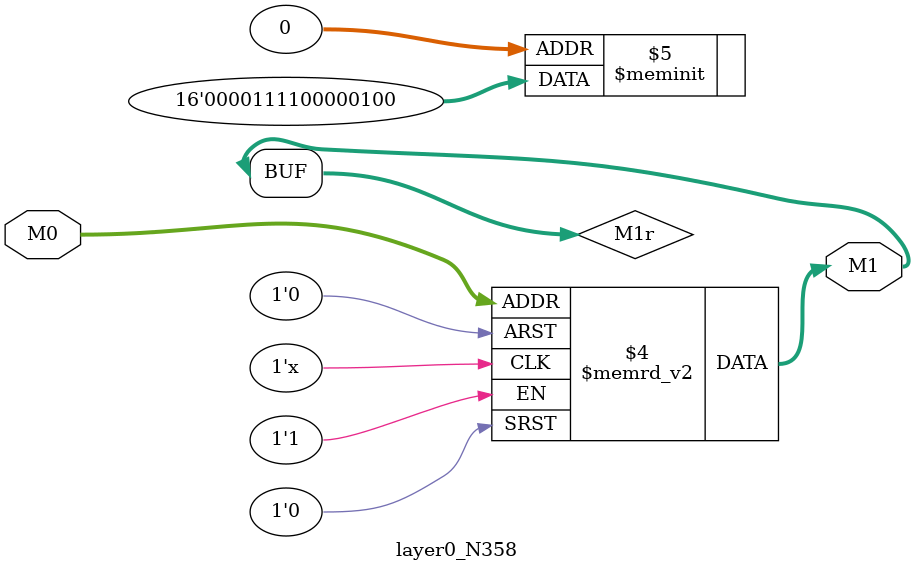
<source format=v>
module layer0_N358 ( input [2:0] M0, output [1:0] M1 );

	(*rom_style = "distributed" *) reg [1:0] M1r;
	assign M1 = M1r;
	always @ (M0) begin
		case (M0)
			3'b000: M1r = 2'b00;
			3'b100: M1r = 2'b11;
			3'b010: M1r = 2'b00;
			3'b110: M1r = 2'b00;
			3'b001: M1r = 2'b01;
			3'b101: M1r = 2'b11;
			3'b011: M1r = 2'b00;
			3'b111: M1r = 2'b00;

		endcase
	end
endmodule

</source>
